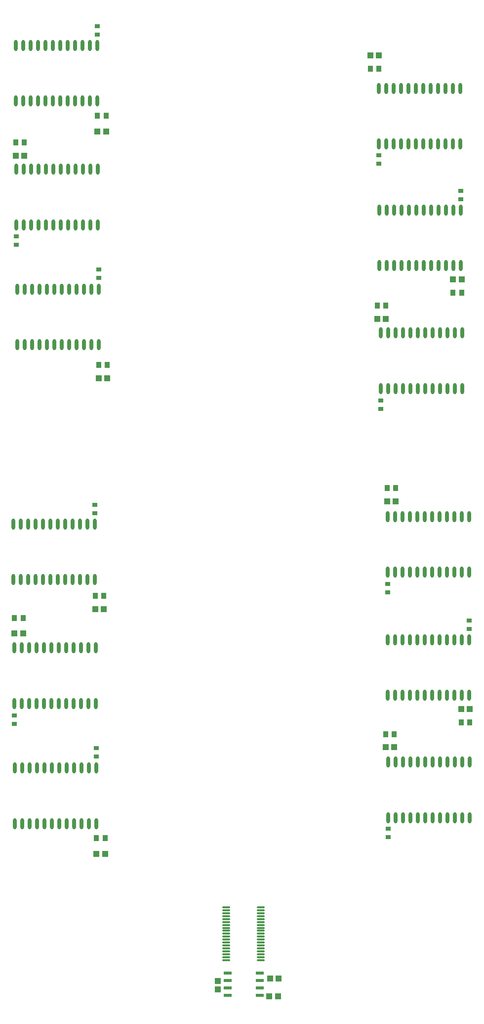
<source format=gtp>
G04 Layer_Color=8421504*
%FSLAX25Y25*%
%MOIN*%
G70*
G01*
G75*
%ADD10R,0.03740X0.02756*%
%ADD11R,0.03740X0.04134*%
%ADD12O,0.05512X0.01181*%
%ADD13R,0.03937X0.04331*%
%ADD14R,0.05709X0.02362*%
%ADD15O,0.02362X0.07480*%
%ADD16R,0.04331X0.03937*%
D10*
X414000Y1063599D02*
D03*
Y1069307D02*
D03*
X412500Y740646D02*
D03*
Y746354D02*
D03*
X719500Y810354D02*
D03*
Y804646D02*
D03*
X714000Y1099901D02*
D03*
Y1094193D02*
D03*
X469500Y1046807D02*
D03*
Y1041098D02*
D03*
X468000Y724307D02*
D03*
Y718599D02*
D03*
X664500Y829193D02*
D03*
Y834902D02*
D03*
X658500Y1118193D02*
D03*
Y1123901D02*
D03*
X468500Y1210902D02*
D03*
Y1205193D02*
D03*
X467000Y888307D02*
D03*
Y882598D02*
D03*
X665000Y664146D02*
D03*
Y669854D02*
D03*
X660000Y952693D02*
D03*
Y958401D02*
D03*
D11*
X657634Y1022689D02*
D03*
X663342D02*
D03*
X663146Y733500D02*
D03*
X668854D02*
D03*
X413634Y1132689D02*
D03*
X419342D02*
D03*
X412646Y812000D02*
D03*
X418354D02*
D03*
X719733Y741622D02*
D03*
X714024D02*
D03*
X714366Y1031311D02*
D03*
X708657D02*
D03*
X469488Y982689D02*
D03*
X475197D02*
D03*
X468000Y663500D02*
D03*
X473709D02*
D03*
X664122Y899378D02*
D03*
X669830D02*
D03*
X658512Y1182311D02*
D03*
X652803D02*
D03*
X468646Y1150500D02*
D03*
X474354D02*
D03*
X467146Y827000D02*
D03*
X472854D02*
D03*
D12*
X555500Y616780D02*
D03*
Y614811D02*
D03*
Y612843D02*
D03*
Y610874D02*
D03*
Y608906D02*
D03*
Y606937D02*
D03*
Y604969D02*
D03*
Y603000D02*
D03*
Y601032D02*
D03*
Y599063D02*
D03*
Y597095D02*
D03*
Y595126D02*
D03*
Y593158D02*
D03*
Y591189D02*
D03*
Y589221D02*
D03*
Y587252D02*
D03*
Y585284D02*
D03*
Y583315D02*
D03*
Y581346D02*
D03*
X578728Y616780D02*
D03*
Y614811D02*
D03*
Y612843D02*
D03*
Y610874D02*
D03*
Y608906D02*
D03*
Y606937D02*
D03*
Y604969D02*
D03*
Y603000D02*
D03*
Y601032D02*
D03*
Y599063D02*
D03*
Y597095D02*
D03*
Y595126D02*
D03*
Y593158D02*
D03*
Y591189D02*
D03*
Y589221D02*
D03*
Y587252D02*
D03*
Y585284D02*
D03*
Y583315D02*
D03*
Y581346D02*
D03*
D13*
X590854Y568700D02*
D03*
X585146D02*
D03*
X419342Y1123689D02*
D03*
X413634D02*
D03*
X418354Y801500D02*
D03*
X412646D02*
D03*
X714024Y750622D02*
D03*
X719733D02*
D03*
X708657Y1040311D02*
D03*
X714366D02*
D03*
X475197Y973689D02*
D03*
X469488D02*
D03*
X473685Y652878D02*
D03*
X467976D02*
D03*
X669830Y890378D02*
D03*
X664122D02*
D03*
X652803Y1191311D02*
D03*
X658512D02*
D03*
X474354Y1140000D02*
D03*
X468646D02*
D03*
X472854Y818000D02*
D03*
X467146D02*
D03*
X668854Y725000D02*
D03*
X663146D02*
D03*
X663342Y1013689D02*
D03*
X657634D02*
D03*
X590354Y556800D02*
D03*
X584646D02*
D03*
D14*
X578028Y557400D02*
D03*
Y562400D02*
D03*
Y567400D02*
D03*
Y572400D02*
D03*
X556572Y557400D02*
D03*
Y562400D02*
D03*
Y567400D02*
D03*
Y572400D02*
D03*
D15*
X413988Y1076988D02*
D03*
X418988D02*
D03*
X423988D02*
D03*
X428988D02*
D03*
X433988D02*
D03*
X438988D02*
D03*
X443988D02*
D03*
X448988D02*
D03*
X453988D02*
D03*
X458988D02*
D03*
X463988D02*
D03*
X468988D02*
D03*
X413988Y1114390D02*
D03*
X418988D02*
D03*
X423988D02*
D03*
X428988D02*
D03*
X433988D02*
D03*
X438988D02*
D03*
X443988D02*
D03*
X448988D02*
D03*
X453988D02*
D03*
X458988D02*
D03*
X463988D02*
D03*
X468988D02*
D03*
X412500Y754299D02*
D03*
X417500D02*
D03*
X422500D02*
D03*
X427500D02*
D03*
X432500D02*
D03*
X437500D02*
D03*
X442500D02*
D03*
X447500D02*
D03*
X452500D02*
D03*
X457500D02*
D03*
X462500D02*
D03*
X467500D02*
D03*
X412500Y791701D02*
D03*
X417500D02*
D03*
X422500D02*
D03*
X427500D02*
D03*
X432500D02*
D03*
X437500D02*
D03*
X442500D02*
D03*
X447500D02*
D03*
X452500D02*
D03*
X457500D02*
D03*
X462500D02*
D03*
X467500D02*
D03*
X719378Y797323D02*
D03*
X714378D02*
D03*
X709378D02*
D03*
X704378D02*
D03*
X699378D02*
D03*
X694378D02*
D03*
X689378D02*
D03*
X684378D02*
D03*
X679378D02*
D03*
X674378D02*
D03*
X669378D02*
D03*
X664378D02*
D03*
X719378Y759922D02*
D03*
X714378D02*
D03*
X709378D02*
D03*
X704378D02*
D03*
X699378D02*
D03*
X694378D02*
D03*
X689378D02*
D03*
X684378D02*
D03*
X679378D02*
D03*
X674378D02*
D03*
X669378D02*
D03*
X664378D02*
D03*
X714012Y1087012D02*
D03*
X709012D02*
D03*
X704012D02*
D03*
X699012D02*
D03*
X694012D02*
D03*
X689012D02*
D03*
X684012D02*
D03*
X679012D02*
D03*
X674012D02*
D03*
X669012D02*
D03*
X664012D02*
D03*
X659012D02*
D03*
X714012Y1049610D02*
D03*
X709012D02*
D03*
X704012D02*
D03*
X699012D02*
D03*
X694012D02*
D03*
X689012D02*
D03*
X684012D02*
D03*
X679012D02*
D03*
X674012D02*
D03*
X669012D02*
D03*
X664012D02*
D03*
X659012D02*
D03*
X469512Y1033512D02*
D03*
X464512D02*
D03*
X459512D02*
D03*
X454512D02*
D03*
X449512D02*
D03*
X444512D02*
D03*
X439512D02*
D03*
X434512D02*
D03*
X429512D02*
D03*
X424512D02*
D03*
X419512D02*
D03*
X414512D02*
D03*
X469512Y996110D02*
D03*
X464512D02*
D03*
X459512D02*
D03*
X454512D02*
D03*
X449512D02*
D03*
X444512D02*
D03*
X439512D02*
D03*
X434512D02*
D03*
X429512D02*
D03*
X424512D02*
D03*
X419512D02*
D03*
X414512D02*
D03*
X467876Y710726D02*
D03*
X462876D02*
D03*
X457876D02*
D03*
X452876D02*
D03*
X447876D02*
D03*
X442876D02*
D03*
X437876D02*
D03*
X432876D02*
D03*
X427876D02*
D03*
X422876D02*
D03*
X417876D02*
D03*
X412876D02*
D03*
X467876Y673324D02*
D03*
X462876D02*
D03*
X457876D02*
D03*
X452876D02*
D03*
X447876D02*
D03*
X442876D02*
D03*
X437876D02*
D03*
X432876D02*
D03*
X427876D02*
D03*
X422876D02*
D03*
X417876D02*
D03*
X412876D02*
D03*
X664354Y842799D02*
D03*
X669354D02*
D03*
X674354D02*
D03*
X679354D02*
D03*
X684354D02*
D03*
X689354D02*
D03*
X694354D02*
D03*
X699354D02*
D03*
X704354D02*
D03*
X709354D02*
D03*
X714354D02*
D03*
X719354D02*
D03*
X664354Y880201D02*
D03*
X669354D02*
D03*
X674354D02*
D03*
X679354D02*
D03*
X684354D02*
D03*
X689354D02*
D03*
X694354D02*
D03*
X699354D02*
D03*
X704354D02*
D03*
X709354D02*
D03*
X714354D02*
D03*
X719354D02*
D03*
X658488Y1131488D02*
D03*
X663488D02*
D03*
X668488D02*
D03*
X673488D02*
D03*
X678488D02*
D03*
X683488D02*
D03*
X688488D02*
D03*
X693488D02*
D03*
X698488D02*
D03*
X703488D02*
D03*
X708488D02*
D03*
X713488D02*
D03*
X658488Y1168890D02*
D03*
X663488D02*
D03*
X668488D02*
D03*
X673488D02*
D03*
X678488D02*
D03*
X683488D02*
D03*
X688488D02*
D03*
X693488D02*
D03*
X698488D02*
D03*
X703488D02*
D03*
X708488D02*
D03*
X713488D02*
D03*
X468512Y1197811D02*
D03*
X463512D02*
D03*
X458512D02*
D03*
X453512D02*
D03*
X448512D02*
D03*
X443512D02*
D03*
X438512D02*
D03*
X433512D02*
D03*
X428512D02*
D03*
X423512D02*
D03*
X418512D02*
D03*
X413512D02*
D03*
X468512Y1160410D02*
D03*
X463512D02*
D03*
X458512D02*
D03*
X453512D02*
D03*
X448512D02*
D03*
X443512D02*
D03*
X438512D02*
D03*
X433512D02*
D03*
X428512D02*
D03*
X423512D02*
D03*
X418512D02*
D03*
X413512D02*
D03*
X412000Y837799D02*
D03*
X417000D02*
D03*
X422000D02*
D03*
X427000D02*
D03*
X432000D02*
D03*
X437000D02*
D03*
X442000D02*
D03*
X447000D02*
D03*
X452000D02*
D03*
X457000D02*
D03*
X462000D02*
D03*
X467000D02*
D03*
X412000Y875201D02*
D03*
X417000D02*
D03*
X422000D02*
D03*
X427000D02*
D03*
X432000D02*
D03*
X437000D02*
D03*
X442000D02*
D03*
X447000D02*
D03*
X452000D02*
D03*
X457000D02*
D03*
X462000D02*
D03*
X467000D02*
D03*
X665000Y677299D02*
D03*
X670000D02*
D03*
X675000D02*
D03*
X680000D02*
D03*
X685000D02*
D03*
X690000D02*
D03*
X695000D02*
D03*
X700000D02*
D03*
X705000D02*
D03*
X710000D02*
D03*
X715000D02*
D03*
X720000D02*
D03*
X665000Y714701D02*
D03*
X670000D02*
D03*
X675000D02*
D03*
X680000D02*
D03*
X685000D02*
D03*
X690000D02*
D03*
X695000D02*
D03*
X700000D02*
D03*
X705000D02*
D03*
X710000D02*
D03*
X715000D02*
D03*
X720000D02*
D03*
X714988Y1004090D02*
D03*
X709988D02*
D03*
X704988D02*
D03*
X699988D02*
D03*
X694988D02*
D03*
X689988D02*
D03*
X684988D02*
D03*
X679988D02*
D03*
X674988D02*
D03*
X669988D02*
D03*
X664988D02*
D03*
X659988D02*
D03*
X714988Y966689D02*
D03*
X709988D02*
D03*
X704988D02*
D03*
X699988D02*
D03*
X694988D02*
D03*
X689988D02*
D03*
X684988D02*
D03*
X679988D02*
D03*
X674988D02*
D03*
X669988D02*
D03*
X664988D02*
D03*
X659988D02*
D03*
D16*
X549700Y561646D02*
D03*
Y567354D02*
D03*
M02*

</source>
